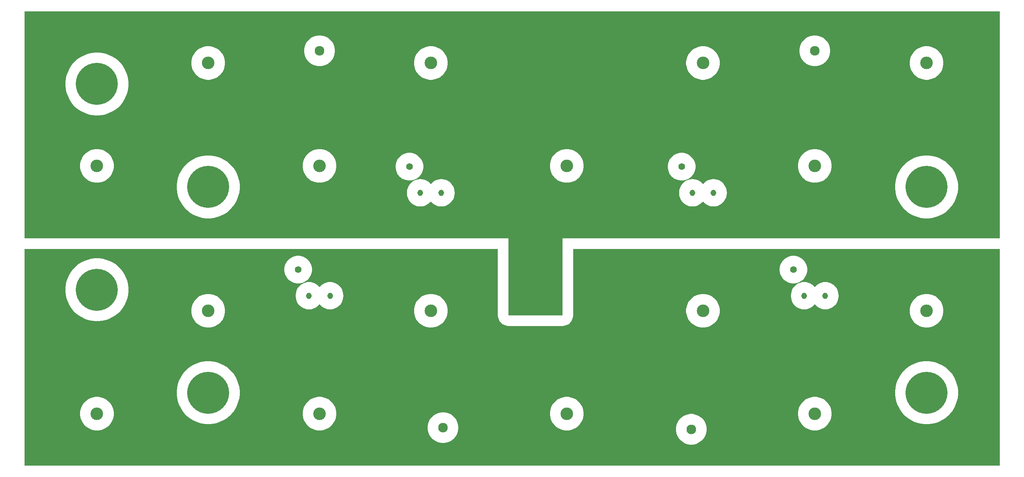
<source format=gbl>
G04*
G04 #@! TF.GenerationSoftware,Altium Limited,Altium Designer,22.8.2 (66)*
G04*
G04 Layer_Physical_Order=2*
G04 Layer_Color=16711680*
%FSLAX44Y44*%
%MOMM*%
G71*
G04*
G04 #@! TF.SameCoordinates,9A62F31F-D48D-475B-933D-7D02DB87FC69*
G04*
G04*
G04 #@! TF.FilePolarity,Positive*
G04*
G01*
G75*
%ADD19C,10.0000*%
%ADD20C,1.6000*%
%ADD21O,1.3000X1.5000*%
%ADD22C,3.0000*%
%ADD23C,2.3000*%
G36*
X2478362Y1189355D02*
X1438080D01*
Y1005970D01*
X1309380D01*
Y1189355D01*
X157498D01*
X157498Y1730992D01*
X2478362Y1730992D01*
X2478362Y1189355D01*
D02*
G37*
G36*
X2478362Y647718D02*
X157498D01*
X157498Y1164234D01*
X1284259D01*
Y1005970D01*
X1284742Y1001069D01*
X1286171Y996357D01*
X1288493Y992013D01*
X1291617Y988207D01*
X1295423Y985083D01*
X1299767Y982761D01*
X1304479Y981332D01*
X1309380Y980849D01*
X1438080D01*
X1442981Y981332D01*
X1447693Y982761D01*
X1452036Y985083D01*
X1455843Y988207D01*
X1458967Y992013D01*
X1461289Y996357D01*
X1462718Y1001069D01*
X1463201Y1005970D01*
Y1164234D01*
X2478362D01*
X2478362Y647718D01*
D02*
G37*
%LPC*%
G36*
X2041153Y1673130D02*
X2035408D01*
X2029733Y1672231D01*
X2024269Y1670456D01*
X2019150Y1667848D01*
X2014502Y1664471D01*
X2010439Y1660408D01*
X2007063Y1655760D01*
X2004454Y1650641D01*
X2002679Y1645177D01*
X2001780Y1639503D01*
Y1633757D01*
X2002679Y1628083D01*
X2004454Y1622619D01*
X2007063Y1617500D01*
X2010439Y1612852D01*
X2014502Y1608789D01*
X2019150Y1605412D01*
X2024269Y1602804D01*
X2029733Y1601029D01*
X2035408Y1600130D01*
X2041153D01*
X2046827Y1601029D01*
X2052291Y1602804D01*
X2057410Y1605412D01*
X2062058Y1608789D01*
X2066121Y1612852D01*
X2069498Y1617500D01*
X2072106Y1622619D01*
X2073881Y1628083D01*
X2074780Y1633757D01*
Y1639503D01*
X2073881Y1645177D01*
X2072106Y1650641D01*
X2069498Y1655760D01*
X2066121Y1660408D01*
X2062058Y1664471D01*
X2057410Y1667848D01*
X2052291Y1670456D01*
X2046827Y1672231D01*
X2041153Y1673130D01*
D02*
G37*
G36*
X862639D02*
X856894D01*
X851219Y1672231D01*
X845755Y1670456D01*
X840636Y1667848D01*
X835988Y1664471D01*
X831926Y1660408D01*
X828549Y1655760D01*
X825941Y1650641D01*
X824165Y1645177D01*
X823267Y1639503D01*
Y1633757D01*
X824165Y1628083D01*
X825941Y1622619D01*
X828549Y1617500D01*
X831926Y1612852D01*
X835988Y1608789D01*
X840636Y1605412D01*
X845755Y1602804D01*
X851219Y1601029D01*
X856894Y1600130D01*
X862639D01*
X868314Y1601029D01*
X873778Y1602804D01*
X878897Y1605412D01*
X883545Y1608789D01*
X887607Y1612852D01*
X890984Y1617500D01*
X893593Y1622619D01*
X895368Y1628083D01*
X896267Y1633757D01*
Y1639503D01*
X895368Y1645177D01*
X893593Y1650641D01*
X890984Y1655760D01*
X887607Y1660408D01*
X883545Y1664471D01*
X878897Y1667848D01*
X873778Y1670456D01*
X868314Y1672231D01*
X862639Y1673130D01*
D02*
G37*
G36*
X2307538Y1647493D02*
X2301242D01*
X2295023Y1646508D01*
X2289035Y1644563D01*
X2283425Y1641704D01*
X2278332Y1638004D01*
X2273880Y1633551D01*
X2270179Y1628458D01*
X2267321Y1622848D01*
X2265375Y1616860D01*
X2264390Y1610641D01*
Y1604345D01*
X2265375Y1598127D01*
X2267321Y1592139D01*
X2270179Y1586529D01*
X2273880Y1581435D01*
X2278332Y1576983D01*
X2283425Y1573282D01*
X2289035Y1570424D01*
X2295023Y1568478D01*
X2301242Y1567493D01*
X2307538D01*
X2313757Y1568478D01*
X2319745Y1570424D01*
X2325355Y1573282D01*
X2330448Y1576983D01*
X2334900Y1581435D01*
X2338601Y1586529D01*
X2341460Y1592139D01*
X2343405Y1598127D01*
X2344390Y1604345D01*
Y1610641D01*
X2343405Y1616860D01*
X2341460Y1622848D01*
X2338601Y1628458D01*
X2334900Y1633551D01*
X2330448Y1638004D01*
X2325355Y1641704D01*
X2319745Y1644563D01*
X2313757Y1646508D01*
X2307538Y1647493D01*
D02*
G37*
G36*
X1775369Y1647490D02*
X1769073D01*
X1762854Y1646505D01*
X1756866Y1644559D01*
X1751256Y1641701D01*
X1746162Y1638000D01*
X1741710Y1633548D01*
X1738009Y1628454D01*
X1735151Y1622845D01*
X1733206Y1616857D01*
X1732221Y1610638D01*
Y1604342D01*
X1733206Y1598123D01*
X1735151Y1592135D01*
X1738009Y1586525D01*
X1741710Y1581432D01*
X1746162Y1576980D01*
X1751256Y1573279D01*
X1756866Y1570421D01*
X1762854Y1568475D01*
X1769073Y1567490D01*
X1775369D01*
X1781587Y1568475D01*
X1787575Y1570421D01*
X1793185Y1573279D01*
X1798279Y1576980D01*
X1802731Y1581432D01*
X1806432Y1586525D01*
X1809290Y1592135D01*
X1811236Y1598123D01*
X1812221Y1604342D01*
Y1610638D01*
X1811236Y1616857D01*
X1809290Y1622845D01*
X1806432Y1628454D01*
X1802731Y1633548D01*
X1798279Y1638000D01*
X1793185Y1641701D01*
X1787575Y1644559D01*
X1781587Y1646505D01*
X1775369Y1647490D01*
D02*
G37*
G36*
X1127726D02*
X1121430D01*
X1115211Y1646505D01*
X1109223Y1644559D01*
X1103613Y1641701D01*
X1098520Y1638000D01*
X1094068Y1633548D01*
X1090367Y1628454D01*
X1087508Y1622845D01*
X1085563Y1616857D01*
X1084578Y1610638D01*
Y1604342D01*
X1085563Y1598123D01*
X1087508Y1592135D01*
X1090367Y1586525D01*
X1094068Y1581432D01*
X1098520Y1576980D01*
X1103613Y1573279D01*
X1109223Y1570421D01*
X1115211Y1568475D01*
X1121430Y1567490D01*
X1127726D01*
X1133945Y1568475D01*
X1139933Y1570421D01*
X1145543Y1573279D01*
X1150636Y1576980D01*
X1155088Y1581432D01*
X1158789Y1586525D01*
X1161647Y1592135D01*
X1163593Y1598123D01*
X1164578Y1604342D01*
Y1610638D01*
X1163593Y1616857D01*
X1161647Y1622845D01*
X1158789Y1628454D01*
X1155088Y1633548D01*
X1150636Y1638000D01*
X1145543Y1641701D01*
X1139933Y1644559D01*
X1133945Y1646505D01*
X1127726Y1647490D01*
D02*
G37*
G36*
X598118D02*
X591822D01*
X585603Y1646505D01*
X579615Y1644559D01*
X574005Y1641701D01*
X568912Y1638000D01*
X564460Y1633548D01*
X560759Y1628454D01*
X557901Y1622845D01*
X555955Y1616857D01*
X554970Y1610638D01*
Y1604342D01*
X555955Y1598123D01*
X557901Y1592135D01*
X560759Y1586525D01*
X564460Y1581432D01*
X568912Y1576980D01*
X574005Y1573279D01*
X579615Y1570421D01*
X585603Y1568475D01*
X591822Y1567490D01*
X598118D01*
X604337Y1568475D01*
X610325Y1570421D01*
X615935Y1573279D01*
X621028Y1576980D01*
X625480Y1581432D01*
X629181Y1586525D01*
X632039Y1592135D01*
X633985Y1598123D01*
X634970Y1604342D01*
Y1610638D01*
X633985Y1616857D01*
X632039Y1622845D01*
X629181Y1628454D01*
X625480Y1633548D01*
X621028Y1638000D01*
X615935Y1641701D01*
X610325Y1644559D01*
X604337Y1646505D01*
X598118Y1647490D01*
D02*
G37*
G36*
X334390Y1632492D02*
X325966D01*
X317595Y1631548D01*
X309383Y1629674D01*
X301432Y1626892D01*
X293842Y1623237D01*
X286709Y1618755D01*
X280123Y1613503D01*
X274167Y1607546D01*
X268915Y1600960D01*
X264433Y1593828D01*
X260778Y1586238D01*
X257996Y1578287D01*
X256121Y1570074D01*
X255178Y1561703D01*
Y1553280D01*
X256121Y1544909D01*
X257996Y1536696D01*
X260778Y1528745D01*
X264433Y1521156D01*
X268915Y1514023D01*
X274167Y1507437D01*
X280123Y1501480D01*
X286709Y1496228D01*
X293842Y1491746D01*
X301432Y1488091D01*
X309383Y1485309D01*
X317595Y1483435D01*
X325966Y1482492D01*
X334390D01*
X342761Y1483435D01*
X350973Y1485309D01*
X358924Y1488091D01*
X366514Y1491746D01*
X373647Y1496228D01*
X380233Y1501480D01*
X386189Y1507437D01*
X391441Y1514023D01*
X395923Y1521156D01*
X399578Y1528745D01*
X402360Y1536696D01*
X404235Y1544909D01*
X405178Y1553280D01*
Y1561703D01*
X404235Y1570074D01*
X402360Y1578287D01*
X399578Y1586238D01*
X395923Y1593828D01*
X391441Y1600960D01*
X386189Y1607546D01*
X380233Y1613503D01*
X373647Y1618755D01*
X366514Y1623237D01*
X358924Y1626892D01*
X350973Y1629674D01*
X342761Y1631548D01*
X334390Y1632492D01*
D02*
G37*
G36*
X1724009Y1393328D02*
X1718815D01*
X1713684Y1392515D01*
X1708744Y1390910D01*
X1704116Y1388552D01*
X1699914Y1385499D01*
X1696241Y1381826D01*
X1693188Y1377623D01*
X1690829Y1372995D01*
X1689224Y1368055D01*
X1688412Y1362925D01*
Y1357731D01*
X1689224Y1352600D01*
X1690829Y1347660D01*
X1693188Y1343032D01*
X1696241Y1338830D01*
X1699914Y1335157D01*
X1704116Y1332104D01*
X1708744Y1329745D01*
X1713684Y1328140D01*
X1718815Y1327328D01*
X1724009D01*
X1729139Y1328140D01*
X1734079Y1329745D01*
X1738707Y1332104D01*
X1742910Y1335157D01*
X1746583Y1338830D01*
X1749636Y1343032D01*
X1751994Y1347660D01*
X1753599Y1352600D01*
X1754412Y1357731D01*
Y1362925D01*
X1753599Y1368055D01*
X1751994Y1372995D01*
X1749636Y1377623D01*
X1746583Y1381826D01*
X1742910Y1385499D01*
X1738707Y1388552D01*
X1734079Y1390910D01*
X1729139Y1392515D01*
X1724009Y1393328D01*
D02*
G37*
G36*
X1076366D02*
X1071172D01*
X1066041Y1392515D01*
X1061101Y1390910D01*
X1056473Y1388552D01*
X1052271Y1385499D01*
X1048598Y1381826D01*
X1045545Y1377623D01*
X1043187Y1372995D01*
X1041581Y1368055D01*
X1040769Y1362925D01*
Y1357731D01*
X1041581Y1352600D01*
X1043187Y1347660D01*
X1045545Y1343032D01*
X1048598Y1338830D01*
X1052271Y1335157D01*
X1056473Y1332104D01*
X1061101Y1329745D01*
X1066041Y1328140D01*
X1071172Y1327328D01*
X1076366D01*
X1081497Y1328140D01*
X1086436Y1329745D01*
X1091065Y1332104D01*
X1095267Y1335157D01*
X1098940Y1338830D01*
X1101993Y1343032D01*
X1104351Y1347660D01*
X1105956Y1352600D01*
X1106769Y1357731D01*
Y1362925D01*
X1105956Y1368055D01*
X1104351Y1372995D01*
X1101993Y1377623D01*
X1098940Y1381826D01*
X1095267Y1385499D01*
X1091065Y1388552D01*
X1086436Y1390910D01*
X1081497Y1392515D01*
X1076366Y1393328D01*
D02*
G37*
G36*
X2041453Y1402222D02*
X2035157D01*
X2028939Y1401237D01*
X2022951Y1399292D01*
X2017341Y1396433D01*
X2012247Y1392733D01*
X2007795Y1388280D01*
X2004094Y1383187D01*
X2001236Y1377577D01*
X1999290Y1371589D01*
X1998305Y1365370D01*
Y1359074D01*
X1999290Y1352856D01*
X2001236Y1346868D01*
X2004094Y1341258D01*
X2007795Y1336164D01*
X2012247Y1331712D01*
X2017341Y1328011D01*
X2022951Y1325153D01*
X2028939Y1323207D01*
X2035157Y1322222D01*
X2041453D01*
X2047672Y1323207D01*
X2053660Y1325153D01*
X2059270Y1328011D01*
X2064364Y1331712D01*
X2068816Y1336164D01*
X2072516Y1341258D01*
X2075375Y1346868D01*
X2077320Y1352856D01*
X2078305Y1359074D01*
Y1365370D01*
X2077320Y1371589D01*
X2075375Y1377577D01*
X2072516Y1383187D01*
X2068816Y1388280D01*
X2064364Y1392733D01*
X2059270Y1396433D01*
X2053660Y1399292D01*
X2047672Y1401237D01*
X2041453Y1402222D01*
D02*
G37*
G36*
X1451211D02*
X1444915D01*
X1438696Y1401237D01*
X1432708Y1399292D01*
X1427098Y1396433D01*
X1422005Y1392733D01*
X1417553Y1388280D01*
X1413852Y1383187D01*
X1410993Y1377577D01*
X1409048Y1371589D01*
X1408063Y1365370D01*
Y1359074D01*
X1409048Y1352856D01*
X1410993Y1346868D01*
X1413852Y1341258D01*
X1417553Y1336164D01*
X1422005Y1331712D01*
X1427098Y1328011D01*
X1432708Y1325153D01*
X1438696Y1323207D01*
X1444915Y1322222D01*
X1451211D01*
X1457430Y1323207D01*
X1463418Y1325153D01*
X1469028Y1328011D01*
X1474121Y1331712D01*
X1478573Y1336164D01*
X1482274Y1341258D01*
X1485132Y1346868D01*
X1487078Y1352856D01*
X1488063Y1359074D01*
Y1365370D01*
X1487078Y1371589D01*
X1485132Y1377577D01*
X1482274Y1383187D01*
X1478573Y1388280D01*
X1474121Y1392733D01*
X1469028Y1396433D01*
X1463418Y1399292D01*
X1457430Y1401237D01*
X1451211Y1402222D01*
D02*
G37*
G36*
X862922D02*
X856626D01*
X850407Y1401237D01*
X844419Y1399292D01*
X838809Y1396433D01*
X833716Y1392733D01*
X829264Y1388280D01*
X825563Y1383187D01*
X822704Y1377577D01*
X820759Y1371589D01*
X819774Y1365370D01*
Y1359074D01*
X820759Y1352856D01*
X822704Y1346868D01*
X825563Y1341258D01*
X829264Y1336164D01*
X833716Y1331712D01*
X838809Y1328011D01*
X844419Y1325153D01*
X850407Y1323207D01*
X856626Y1322222D01*
X862922D01*
X869141Y1323207D01*
X875129Y1325153D01*
X880739Y1328011D01*
X885832Y1331712D01*
X890284Y1336164D01*
X893985Y1341258D01*
X896843Y1346868D01*
X898789Y1352856D01*
X899774Y1359074D01*
Y1365370D01*
X898789Y1371589D01*
X896843Y1377577D01*
X893985Y1383187D01*
X890284Y1388280D01*
X885832Y1392733D01*
X880739Y1396433D01*
X875129Y1399292D01*
X869141Y1401237D01*
X862922Y1402222D01*
D02*
G37*
G36*
X333326D02*
X327030D01*
X320811Y1401237D01*
X314823Y1399292D01*
X309213Y1396433D01*
X304120Y1392733D01*
X299668Y1388280D01*
X295967Y1383187D01*
X293109Y1377577D01*
X291163Y1371589D01*
X290178Y1365370D01*
Y1359074D01*
X291163Y1352856D01*
X293109Y1346868D01*
X295967Y1341258D01*
X299668Y1336164D01*
X304120Y1331712D01*
X309213Y1328011D01*
X314823Y1325153D01*
X320811Y1323207D01*
X327030Y1322222D01*
X333326D01*
X339545Y1323207D01*
X345533Y1325153D01*
X351143Y1328011D01*
X356236Y1331712D01*
X360688Y1336164D01*
X364389Y1341258D01*
X367247Y1346868D01*
X369193Y1352856D01*
X370178Y1359074D01*
Y1365370D01*
X369193Y1371589D01*
X367247Y1377577D01*
X364389Y1383187D01*
X360688Y1388280D01*
X356236Y1392733D01*
X351143Y1396433D01*
X345533Y1399292D01*
X339545Y1401237D01*
X333326Y1402222D01*
D02*
G37*
G36*
X1797212Y1330695D02*
X1792269Y1330306D01*
X1787448Y1329149D01*
X1782867Y1327251D01*
X1778639Y1324661D01*
X1774869Y1321440D01*
X1772847Y1319073D01*
X1771577D01*
X1769554Y1321440D01*
X1765784Y1324661D01*
X1761557Y1327251D01*
X1756976Y1329149D01*
X1752155Y1330306D01*
X1747212Y1330695D01*
X1742269Y1330306D01*
X1737448Y1329149D01*
X1732867Y1327251D01*
X1728639Y1324661D01*
X1724869Y1321440D01*
X1721649Y1317670D01*
X1719058Y1313443D01*
X1717161Y1308862D01*
X1716003Y1304041D01*
X1715614Y1299098D01*
Y1297098D01*
X1716003Y1292155D01*
X1717161Y1287334D01*
X1719058Y1282753D01*
X1721649Y1278525D01*
X1724869Y1274755D01*
X1728639Y1271535D01*
X1732867Y1268944D01*
X1737448Y1267047D01*
X1742269Y1265889D01*
X1747212Y1265500D01*
X1752155Y1265889D01*
X1756976Y1267047D01*
X1761557Y1268944D01*
X1765784Y1271535D01*
X1769554Y1274755D01*
X1771577Y1277123D01*
X1772847D01*
X1774869Y1274755D01*
X1778639Y1271535D01*
X1782867Y1268944D01*
X1787448Y1267047D01*
X1792269Y1265889D01*
X1797212Y1265500D01*
X1802155Y1265889D01*
X1806976Y1267047D01*
X1811557Y1268944D01*
X1815784Y1271535D01*
X1819554Y1274755D01*
X1822775Y1278525D01*
X1825365Y1282753D01*
X1827263Y1287334D01*
X1828420Y1292155D01*
X1828809Y1297098D01*
Y1299098D01*
X1828420Y1304041D01*
X1827263Y1308862D01*
X1825365Y1313443D01*
X1822775Y1317670D01*
X1819554Y1321440D01*
X1815784Y1324661D01*
X1811557Y1327251D01*
X1806976Y1329149D01*
X1802155Y1330306D01*
X1797212Y1330695D01*
D02*
G37*
G36*
X1149569D02*
X1144626Y1330306D01*
X1139805Y1329149D01*
X1135224Y1327251D01*
X1130996Y1324661D01*
X1127226Y1321440D01*
X1125204Y1319073D01*
X1123934D01*
X1121912Y1321440D01*
X1118141Y1324661D01*
X1113914Y1327251D01*
X1109333Y1329149D01*
X1104512Y1330306D01*
X1099569Y1330695D01*
X1094626Y1330306D01*
X1089805Y1329149D01*
X1085224Y1327251D01*
X1080996Y1324661D01*
X1077226Y1321440D01*
X1074006Y1317670D01*
X1071415Y1313443D01*
X1069518Y1308862D01*
X1068361Y1304041D01*
X1067971Y1299098D01*
Y1297098D01*
X1068361Y1292155D01*
X1069518Y1287334D01*
X1071415Y1282753D01*
X1074006Y1278525D01*
X1077226Y1274755D01*
X1080996Y1271535D01*
X1085224Y1268944D01*
X1089805Y1267047D01*
X1094626Y1265889D01*
X1099569Y1265500D01*
X1104512Y1265889D01*
X1109333Y1267047D01*
X1113914Y1268944D01*
X1118141Y1271535D01*
X1121912Y1274755D01*
X1123934Y1277123D01*
X1125204D01*
X1127226Y1274755D01*
X1130996Y1271535D01*
X1135224Y1268944D01*
X1139805Y1267047D01*
X1144626Y1265889D01*
X1149569Y1265500D01*
X1154512Y1265889D01*
X1159333Y1267047D01*
X1163914Y1268944D01*
X1168141Y1271535D01*
X1171912Y1274755D01*
X1175132Y1278525D01*
X1177722Y1282753D01*
X1179620Y1287334D01*
X1180777Y1292155D01*
X1181166Y1297098D01*
Y1299098D01*
X1180777Y1304041D01*
X1179620Y1308862D01*
X1177722Y1313443D01*
X1175132Y1317670D01*
X1171912Y1321440D01*
X1168141Y1324661D01*
X1163914Y1327251D01*
X1159333Y1329149D01*
X1154512Y1330306D01*
X1149569Y1330695D01*
D02*
G37*
G36*
X599182Y1387224D02*
X590758D01*
X582387Y1386281D01*
X574175Y1384406D01*
X566223Y1381624D01*
X558634Y1377969D01*
X551501Y1373487D01*
X544915Y1368235D01*
X538959Y1362279D01*
X533707Y1355693D01*
X529225Y1348560D01*
X525570Y1340970D01*
X522788Y1333019D01*
X520913Y1324807D01*
X519970Y1316436D01*
Y1308012D01*
X520913Y1299641D01*
X522788Y1291429D01*
X525570Y1283477D01*
X529225Y1275888D01*
X533707Y1268755D01*
X538959Y1262169D01*
X544915Y1256213D01*
X551501Y1250960D01*
X558634Y1246479D01*
X566223Y1242824D01*
X574175Y1240042D01*
X582387Y1238167D01*
X590758Y1237224D01*
X599182D01*
X607553Y1238167D01*
X615765Y1240042D01*
X623717Y1242824D01*
X631306Y1246479D01*
X638439Y1250960D01*
X645025Y1256213D01*
X650981Y1262169D01*
X656234Y1268755D01*
X660715Y1275888D01*
X664370Y1283477D01*
X667152Y1291429D01*
X669027Y1299641D01*
X669970Y1308012D01*
Y1316436D01*
X669027Y1324807D01*
X667152Y1333019D01*
X664370Y1340970D01*
X660715Y1348560D01*
X656234Y1355693D01*
X650981Y1362279D01*
X645025Y1368235D01*
X638439Y1373487D01*
X631306Y1377969D01*
X623717Y1381624D01*
X615765Y1384406D01*
X607553Y1386281D01*
X599182Y1387224D01*
D02*
G37*
G36*
X2308602Y1387224D02*
X2300178D01*
X2291807Y1386281D01*
X2283595Y1384406D01*
X2275643Y1381624D01*
X2268054Y1377969D01*
X2260921Y1373487D01*
X2254335Y1368235D01*
X2248379Y1362279D01*
X2243127Y1355693D01*
X2238645Y1348560D01*
X2234990Y1340970D01*
X2232208Y1333019D01*
X2230333Y1324807D01*
X2229390Y1316436D01*
Y1308012D01*
X2230333Y1299641D01*
X2232208Y1291429D01*
X2234990Y1283477D01*
X2238645Y1275888D01*
X2243127Y1268755D01*
X2248379Y1262169D01*
X2254335Y1256212D01*
X2260921Y1250960D01*
X2268054Y1246479D01*
X2275643Y1242824D01*
X2283595Y1240042D01*
X2291807Y1238167D01*
X2300178Y1237224D01*
X2308602D01*
X2316973Y1238167D01*
X2325185Y1240042D01*
X2333136Y1242824D01*
X2340726Y1246479D01*
X2347859Y1250960D01*
X2354445Y1256212D01*
X2360401Y1262169D01*
X2365654Y1268755D01*
X2370135Y1275888D01*
X2373790Y1283477D01*
X2376572Y1291429D01*
X2378447Y1299641D01*
X2379390Y1308012D01*
Y1316436D01*
X2378447Y1324807D01*
X2376572Y1333019D01*
X2373790Y1340970D01*
X2370135Y1348560D01*
X2365654Y1355693D01*
X2360401Y1362279D01*
X2354445Y1368235D01*
X2347859Y1373487D01*
X2340726Y1377969D01*
X2333136Y1381624D01*
X2325185Y1384406D01*
X2316973Y1386281D01*
X2308602Y1387224D01*
D02*
G37*
G36*
X1990094Y1148060D02*
X1984899D01*
X1979769Y1147247D01*
X1974829Y1145642D01*
X1970201Y1143284D01*
X1965998Y1140231D01*
X1962325Y1136558D01*
X1959272Y1132356D01*
X1956914Y1127728D01*
X1955309Y1122787D01*
X1954496Y1117657D01*
Y1112463D01*
X1955309Y1107333D01*
X1956914Y1102392D01*
X1959272Y1097764D01*
X1962325Y1093562D01*
X1965998Y1089889D01*
X1970201Y1086836D01*
X1974829Y1084478D01*
X1979769Y1082873D01*
X1984899Y1082060D01*
X1990094D01*
X1995224Y1082873D01*
X2000164Y1084478D01*
X2004792Y1086836D01*
X2008994Y1089889D01*
X2012667Y1093562D01*
X2015721Y1097764D01*
X2018079Y1102392D01*
X2019684Y1107333D01*
X2020496Y1112463D01*
Y1117657D01*
X2019684Y1122787D01*
X2018079Y1127728D01*
X2015721Y1132356D01*
X2012667Y1136558D01*
X2008994Y1140231D01*
X2004792Y1143284D01*
X2000164Y1145642D01*
X1995224Y1147247D01*
X1990094Y1148060D01*
D02*
G37*
G36*
X811562D02*
X806368D01*
X801237Y1147247D01*
X796297Y1145642D01*
X791669Y1143284D01*
X787467Y1140231D01*
X783794Y1136558D01*
X780741Y1132356D01*
X778383Y1127728D01*
X776778Y1122787D01*
X775965Y1117657D01*
Y1112463D01*
X776778Y1107333D01*
X778383Y1102392D01*
X780741Y1097764D01*
X783794Y1093562D01*
X787467Y1089889D01*
X791669Y1086836D01*
X796297Y1084478D01*
X801237Y1082873D01*
X806368Y1082060D01*
X811562D01*
X816693Y1082873D01*
X821633Y1084478D01*
X826261Y1086836D01*
X830463Y1089889D01*
X834136Y1093562D01*
X837189Y1097764D01*
X839547Y1102392D01*
X841152Y1107333D01*
X841965Y1112463D01*
Y1117657D01*
X841152Y1122787D01*
X839547Y1127728D01*
X837189Y1132356D01*
X834136Y1136558D01*
X830463Y1140231D01*
X826261Y1143284D01*
X821633Y1145642D01*
X816693Y1147247D01*
X811562Y1148060D01*
D02*
G37*
G36*
X2063296Y1085427D02*
X2058353Y1085038D01*
X2053532Y1083881D01*
X2048951Y1081983D01*
X2044724Y1079393D01*
X2040954Y1076173D01*
X2038931Y1073805D01*
X2037661D01*
X2035639Y1076173D01*
X2031869Y1079393D01*
X2027641Y1081983D01*
X2023060Y1083881D01*
X2018239Y1085038D01*
X2013296Y1085427D01*
X2008353Y1085038D01*
X2003532Y1083881D01*
X1998951Y1081983D01*
X1994724Y1079393D01*
X1990954Y1076173D01*
X1987733Y1072402D01*
X1985143Y1068175D01*
X1983245Y1063594D01*
X1982088Y1058773D01*
X1981699Y1053830D01*
Y1051830D01*
X1982088Y1046887D01*
X1983245Y1042066D01*
X1985143Y1037485D01*
X1987733Y1033258D01*
X1990954Y1029487D01*
X1994724Y1026267D01*
X1998951Y1023677D01*
X2003532Y1021779D01*
X2008353Y1020622D01*
X2013296Y1020233D01*
X2018239Y1020622D01*
X2023060Y1021779D01*
X2027641Y1023677D01*
X2031869Y1026267D01*
X2035639Y1029487D01*
X2037661Y1031855D01*
X2038931D01*
X2040954Y1029487D01*
X2044724Y1026267D01*
X2048951Y1023677D01*
X2053532Y1021779D01*
X2058353Y1020622D01*
X2063296Y1020233D01*
X2068239Y1020622D01*
X2073060Y1021779D01*
X2077641Y1023677D01*
X2081869Y1026267D01*
X2085639Y1029487D01*
X2088859Y1033258D01*
X2091450Y1037485D01*
X2093347Y1042066D01*
X2094505Y1046887D01*
X2094894Y1051830D01*
Y1053830D01*
X2094505Y1058773D01*
X2093347Y1063594D01*
X2091450Y1068175D01*
X2088859Y1072402D01*
X2085639Y1076173D01*
X2081869Y1079393D01*
X2077641Y1081983D01*
X2073060Y1083881D01*
X2068239Y1085038D01*
X2063296Y1085427D01*
D02*
G37*
G36*
X884765D02*
X879822Y1085038D01*
X875001Y1083881D01*
X870420Y1081983D01*
X866192Y1079393D01*
X862422Y1076173D01*
X860400Y1073805D01*
X859130D01*
X857108Y1076173D01*
X853337Y1079393D01*
X849110Y1081983D01*
X844529Y1083881D01*
X839708Y1085038D01*
X834765Y1085427D01*
X829822Y1085038D01*
X825001Y1083881D01*
X820420Y1081983D01*
X816192Y1079393D01*
X812422Y1076173D01*
X809202Y1072402D01*
X806611Y1068175D01*
X804714Y1063594D01*
X803557Y1058773D01*
X803168Y1053830D01*
Y1051830D01*
X803557Y1046887D01*
X804714Y1042066D01*
X806611Y1037485D01*
X809202Y1033258D01*
X812422Y1029487D01*
X816192Y1026267D01*
X820420Y1023677D01*
X825001Y1021779D01*
X829822Y1020622D01*
X834765Y1020233D01*
X839708Y1020622D01*
X844529Y1021779D01*
X849110Y1023677D01*
X853337Y1026267D01*
X857108Y1029487D01*
X859130Y1031855D01*
X860400D01*
X862422Y1029487D01*
X866192Y1026267D01*
X870420Y1023677D01*
X875001Y1021779D01*
X879822Y1020622D01*
X884765Y1020233D01*
X889708Y1020622D01*
X894529Y1021779D01*
X899110Y1023677D01*
X903337Y1026267D01*
X907108Y1029487D01*
X910328Y1033258D01*
X912918Y1037485D01*
X914816Y1042066D01*
X915973Y1046887D01*
X916362Y1051830D01*
Y1053830D01*
X915973Y1058773D01*
X914816Y1063594D01*
X912918Y1068175D01*
X910328Y1072402D01*
X907108Y1076173D01*
X903337Y1079393D01*
X899110Y1081983D01*
X894529Y1083881D01*
X889708Y1085038D01*
X884765Y1085427D01*
D02*
G37*
G36*
X334390Y1141956D02*
X325966D01*
X317595Y1141013D01*
X309383Y1139138D01*
X301432Y1136356D01*
X293842Y1132701D01*
X286709Y1128220D01*
X280123Y1122968D01*
X274167Y1117011D01*
X268915Y1110425D01*
X264433Y1103292D01*
X260778Y1095703D01*
X257996Y1087751D01*
X256121Y1079539D01*
X255178Y1071168D01*
Y1062744D01*
X256121Y1054373D01*
X257996Y1046161D01*
X260778Y1038210D01*
X264433Y1030620D01*
X268915Y1023487D01*
X274167Y1016901D01*
X280123Y1010945D01*
X286709Y1005693D01*
X293842Y1001211D01*
X301432Y997556D01*
X309383Y994774D01*
X317595Y992899D01*
X325966Y991956D01*
X334390D01*
X342761Y992899D01*
X350973Y994774D01*
X358924Y997556D01*
X366514Y1001211D01*
X373647Y1005693D01*
X380233Y1010945D01*
X386189Y1016901D01*
X391441Y1023487D01*
X395923Y1030620D01*
X399578Y1038210D01*
X402360Y1046161D01*
X404235Y1054373D01*
X405178Y1062744D01*
Y1071168D01*
X404235Y1079539D01*
X402360Y1087751D01*
X399578Y1095703D01*
X395923Y1103292D01*
X391441Y1110425D01*
X386189Y1117011D01*
X380233Y1122968D01*
X373647Y1128220D01*
X366514Y1132701D01*
X358924Y1136356D01*
X350973Y1139138D01*
X342761Y1141013D01*
X334390Y1141956D01*
D02*
G37*
G36*
X2307538Y1056954D02*
X2301242D01*
X2295023Y1055970D01*
X2289035Y1054024D01*
X2283425Y1051166D01*
X2278332Y1047465D01*
X2273880Y1043013D01*
X2270179Y1037919D01*
X2267321Y1032309D01*
X2265375Y1026321D01*
X2264390Y1020103D01*
Y1013806D01*
X2265375Y1007588D01*
X2267321Y1001600D01*
X2270179Y995990D01*
X2273880Y990896D01*
X2278332Y986444D01*
X2283425Y982743D01*
X2289035Y979885D01*
X2295023Y977939D01*
X2301242Y976954D01*
X2307538D01*
X2313757Y977939D01*
X2319745Y979885D01*
X2325355Y982743D01*
X2330448Y986444D01*
X2334900Y990896D01*
X2338601Y995990D01*
X2341460Y1001600D01*
X2343405Y1007588D01*
X2344390Y1013806D01*
Y1020103D01*
X2343405Y1026321D01*
X2341460Y1032309D01*
X2338601Y1037919D01*
X2334900Y1043013D01*
X2330448Y1047465D01*
X2325355Y1051166D01*
X2319745Y1054024D01*
X2313757Y1055970D01*
X2307538Y1056954D01*
D02*
G37*
G36*
X1775369D02*
X1769073D01*
X1762854Y1055970D01*
X1756866Y1054024D01*
X1751256Y1051166D01*
X1746162Y1047465D01*
X1741710Y1043013D01*
X1738009Y1037919D01*
X1735151Y1032309D01*
X1733206Y1026321D01*
X1732221Y1020103D01*
Y1013806D01*
X1733206Y1007588D01*
X1735151Y1001600D01*
X1738009Y995990D01*
X1741710Y990896D01*
X1746162Y986444D01*
X1751256Y982743D01*
X1756866Y979885D01*
X1762854Y977939D01*
X1769073Y976954D01*
X1775369D01*
X1781587Y977939D01*
X1787575Y979885D01*
X1793185Y982743D01*
X1798279Y986444D01*
X1802731Y990896D01*
X1806432Y995990D01*
X1809290Y1001600D01*
X1811236Y1007588D01*
X1812221Y1013806D01*
Y1020103D01*
X1811236Y1026321D01*
X1809290Y1032309D01*
X1806432Y1037919D01*
X1802731Y1043013D01*
X1798279Y1047465D01*
X1793185Y1051166D01*
X1787575Y1054024D01*
X1781587Y1055970D01*
X1775369Y1056954D01*
D02*
G37*
G36*
X1127726D02*
X1121430D01*
X1115211Y1055970D01*
X1109223Y1054024D01*
X1103613Y1051166D01*
X1098520Y1047465D01*
X1094068Y1043013D01*
X1090367Y1037919D01*
X1087508Y1032309D01*
X1085563Y1026321D01*
X1084578Y1020103D01*
Y1013806D01*
X1085563Y1007588D01*
X1087508Y1001600D01*
X1090367Y995990D01*
X1094068Y990896D01*
X1098520Y986444D01*
X1103613Y982743D01*
X1109223Y979885D01*
X1115211Y977939D01*
X1121430Y976954D01*
X1127726D01*
X1133945Y977939D01*
X1139933Y979885D01*
X1145543Y982743D01*
X1150636Y986444D01*
X1155088Y990896D01*
X1158789Y995990D01*
X1161647Y1001600D01*
X1163593Y1007588D01*
X1164578Y1013806D01*
Y1020103D01*
X1163593Y1026321D01*
X1161647Y1032309D01*
X1158789Y1037919D01*
X1155088Y1043013D01*
X1150636Y1047465D01*
X1145543Y1051166D01*
X1139933Y1054024D01*
X1133945Y1055970D01*
X1127726Y1056954D01*
D02*
G37*
G36*
X598118D02*
X591822D01*
X585603Y1055970D01*
X579615Y1054024D01*
X574005Y1051166D01*
X568912Y1047465D01*
X564460Y1043013D01*
X560759Y1037919D01*
X557901Y1032309D01*
X555955Y1026321D01*
X554970Y1020103D01*
Y1013806D01*
X555955Y1007588D01*
X557901Y1001600D01*
X560759Y995990D01*
X564460Y990896D01*
X568912Y986444D01*
X574005Y982743D01*
X579615Y979885D01*
X585603Y977939D01*
X591822Y976954D01*
X598118D01*
X604337Y977939D01*
X610325Y979885D01*
X615935Y982743D01*
X621028Y986444D01*
X625480Y990896D01*
X629181Y995990D01*
X632039Y1001600D01*
X633985Y1007588D01*
X634970Y1013806D01*
Y1020103D01*
X633985Y1026321D01*
X632039Y1032309D01*
X629181Y1037919D01*
X625480Y1043013D01*
X621028Y1047465D01*
X615935Y1051166D01*
X610325Y1054024D01*
X604337Y1055970D01*
X598118Y1056954D01*
D02*
G37*
G36*
X599182Y896688D02*
X590758D01*
X582387Y895745D01*
X574175Y893871D01*
X566223Y891089D01*
X558634Y887434D01*
X551501Y882952D01*
X544915Y877700D01*
X538959Y871743D01*
X533707Y865157D01*
X529225Y858025D01*
X525570Y850435D01*
X522788Y842484D01*
X520913Y834271D01*
X519970Y825900D01*
Y817477D01*
X520913Y809106D01*
X522788Y800893D01*
X525570Y792942D01*
X529225Y785352D01*
X533707Y778220D01*
X538959Y771634D01*
X544915Y765677D01*
X551501Y760425D01*
X558634Y755943D01*
X566223Y752288D01*
X574175Y749506D01*
X582387Y747632D01*
X590758Y746688D01*
X599182D01*
X607553Y747632D01*
X615765Y749506D01*
X623717Y752288D01*
X631306Y755943D01*
X638439Y760425D01*
X645025Y765677D01*
X650981Y771634D01*
X656234Y778220D01*
X660715Y785352D01*
X664370Y792942D01*
X667152Y800893D01*
X669027Y809106D01*
X669970Y817477D01*
Y825900D01*
X669027Y834271D01*
X667152Y842484D01*
X664370Y850435D01*
X660715Y858025D01*
X656234Y865157D01*
X650981Y871743D01*
X645025Y877700D01*
X638439Y882952D01*
X631306Y887434D01*
X623717Y891089D01*
X615765Y893871D01*
X607553Y895745D01*
X599182Y896688D01*
D02*
G37*
G36*
X2308602Y896685D02*
X2300178D01*
X2291807Y895742D01*
X2283595Y893867D01*
X2275643Y891085D01*
X2268054Y887430D01*
X2260921Y882949D01*
X2254335Y877696D01*
X2248379Y871740D01*
X2243127Y865154D01*
X2238645Y858021D01*
X2234990Y850432D01*
X2232208Y842480D01*
X2230333Y834268D01*
X2229390Y825897D01*
Y817473D01*
X2230333Y809102D01*
X2232208Y800890D01*
X2234990Y792939D01*
X2238645Y785349D01*
X2243127Y778216D01*
X2248379Y771630D01*
X2254335Y765674D01*
X2260921Y760422D01*
X2268054Y755940D01*
X2275643Y752285D01*
X2283595Y749503D01*
X2291807Y747628D01*
X2300178Y746685D01*
X2308602D01*
X2316973Y747628D01*
X2325185Y749503D01*
X2333136Y752285D01*
X2340726Y755940D01*
X2347859Y760422D01*
X2354445Y765674D01*
X2360401Y771630D01*
X2365654Y778216D01*
X2370135Y785349D01*
X2373790Y792939D01*
X2376572Y800890D01*
X2378447Y809102D01*
X2379390Y817473D01*
Y825897D01*
X2378447Y834268D01*
X2376572Y842480D01*
X2373790Y850432D01*
X2370135Y858021D01*
X2365654Y865154D01*
X2360401Y871740D01*
X2354445Y877696D01*
X2347859Y882949D01*
X2340726Y887430D01*
X2333136Y891085D01*
X2325185Y893867D01*
X2316973Y895742D01*
X2308602Y896685D01*
D02*
G37*
G36*
X2041453Y811687D02*
X2035157D01*
X2028939Y810702D01*
X2022951Y808756D01*
X2017341Y805898D01*
X2012247Y802197D01*
X2007795Y797745D01*
X2004094Y792651D01*
X2001236Y787041D01*
X1999290Y781053D01*
X1998305Y774835D01*
Y768539D01*
X1999290Y762320D01*
X2001236Y756332D01*
X2004094Y750722D01*
X2007795Y745629D01*
X2012247Y741176D01*
X2017341Y737476D01*
X2022951Y734617D01*
X2028939Y732672D01*
X2035157Y731687D01*
X2041453D01*
X2047672Y732672D01*
X2053660Y734617D01*
X2059270Y737476D01*
X2064364Y741176D01*
X2068816Y745629D01*
X2072516Y750722D01*
X2075375Y756332D01*
X2077320Y762320D01*
X2078305Y768539D01*
Y774835D01*
X2077320Y781053D01*
X2075375Y787041D01*
X2072516Y792651D01*
X2068816Y797745D01*
X2064364Y802197D01*
X2059270Y805898D01*
X2053660Y808756D01*
X2047672Y810702D01*
X2041453Y811687D01*
D02*
G37*
G36*
X1451211D02*
X1444915D01*
X1438696Y810702D01*
X1432708Y808756D01*
X1427098Y805898D01*
X1422005Y802197D01*
X1417553Y797745D01*
X1413852Y792651D01*
X1410993Y787041D01*
X1409048Y781053D01*
X1408063Y774835D01*
Y768539D01*
X1409048Y762320D01*
X1410993Y756332D01*
X1413852Y750722D01*
X1417553Y745629D01*
X1422005Y741176D01*
X1427098Y737476D01*
X1432708Y734617D01*
X1438696Y732672D01*
X1444915Y731687D01*
X1451211D01*
X1457430Y732672D01*
X1463418Y734617D01*
X1469028Y737476D01*
X1474121Y741176D01*
X1478573Y745629D01*
X1482274Y750722D01*
X1485132Y756332D01*
X1487078Y762320D01*
X1488063Y768539D01*
Y774835D01*
X1487078Y781053D01*
X1485132Y787041D01*
X1482274Y792651D01*
X1478573Y797745D01*
X1474121Y802197D01*
X1469028Y805898D01*
X1463418Y808756D01*
X1457430Y810702D01*
X1451211Y811687D01*
D02*
G37*
G36*
X862922D02*
X856626D01*
X850407Y810702D01*
X844419Y808756D01*
X838809Y805898D01*
X833716Y802197D01*
X829264Y797745D01*
X825563Y792651D01*
X822704Y787041D01*
X820759Y781053D01*
X819774Y774835D01*
Y768539D01*
X820759Y762320D01*
X822704Y756332D01*
X825563Y750722D01*
X829264Y745629D01*
X833716Y741176D01*
X838809Y737476D01*
X844419Y734617D01*
X850407Y732672D01*
X856626Y731687D01*
X862922D01*
X869141Y732672D01*
X875129Y734617D01*
X880739Y737476D01*
X885832Y741176D01*
X890284Y745629D01*
X893985Y750722D01*
X896843Y756332D01*
X898789Y762320D01*
X899774Y768539D01*
Y774835D01*
X898789Y781053D01*
X896843Y787041D01*
X893985Y792651D01*
X890284Y797745D01*
X885832Y802197D01*
X880739Y805898D01*
X875129Y808756D01*
X869141Y810702D01*
X862922Y811687D01*
D02*
G37*
G36*
X333326D02*
X327030D01*
X320811Y810702D01*
X314823Y808756D01*
X309213Y805898D01*
X304120Y802197D01*
X299668Y797745D01*
X295967Y792651D01*
X293109Y787041D01*
X291163Y781053D01*
X290178Y774835D01*
Y768539D01*
X291163Y762320D01*
X293109Y756332D01*
X295967Y750722D01*
X299668Y745629D01*
X304120Y741176D01*
X309213Y737476D01*
X314823Y734617D01*
X320811Y732672D01*
X327030Y731687D01*
X333326D01*
X339545Y732672D01*
X345533Y734617D01*
X351143Y737476D01*
X356236Y741176D01*
X360688Y745629D01*
X364389Y750722D01*
X367247Y756332D01*
X369193Y762320D01*
X370178Y768539D01*
Y774835D01*
X369193Y781053D01*
X367247Y787041D01*
X364389Y792651D01*
X360688Y797745D01*
X356236Y802197D01*
X351143Y805898D01*
X345533Y808756D01*
X339545Y810702D01*
X333326Y811687D01*
D02*
G37*
G36*
X1156643Y774770D02*
X1150897D01*
X1145223Y773871D01*
X1139759Y772096D01*
X1134640Y769488D01*
X1129992Y766111D01*
X1125929Y762048D01*
X1122552Y757400D01*
X1119944Y752281D01*
X1118169Y746817D01*
X1117270Y741143D01*
Y735397D01*
X1118169Y729723D01*
X1119944Y724259D01*
X1122552Y719140D01*
X1125929Y714492D01*
X1129992Y710429D01*
X1134640Y707052D01*
X1139759Y704444D01*
X1145223Y702669D01*
X1150897Y701770D01*
X1156643D01*
X1162317Y702669D01*
X1167781Y704444D01*
X1172900Y707052D01*
X1177548Y710429D01*
X1181611Y714492D01*
X1184988Y719140D01*
X1187596Y724259D01*
X1189371Y729723D01*
X1190270Y735397D01*
Y741143D01*
X1189371Y746817D01*
X1187596Y752281D01*
X1184988Y757400D01*
X1181611Y762048D01*
X1177548Y766111D01*
X1172900Y769488D01*
X1167781Y772096D01*
X1162317Y773871D01*
X1156643Y774770D01*
D02*
G37*
G36*
X1747193Y770960D02*
X1741447D01*
X1735773Y770061D01*
X1730309Y768286D01*
X1725190Y765678D01*
X1720542Y762301D01*
X1716479Y758238D01*
X1713102Y753590D01*
X1710494Y748471D01*
X1708719Y743007D01*
X1707820Y737333D01*
Y731587D01*
X1708719Y725913D01*
X1710494Y720449D01*
X1713102Y715330D01*
X1716479Y710682D01*
X1720542Y706619D01*
X1725190Y703242D01*
X1730309Y700634D01*
X1735773Y698859D01*
X1741447Y697960D01*
X1747193D01*
X1752867Y698859D01*
X1758331Y700634D01*
X1763450Y703242D01*
X1768098Y706619D01*
X1772161Y710682D01*
X1775538Y715330D01*
X1778146Y720449D01*
X1779921Y725913D01*
X1780820Y731587D01*
Y737333D01*
X1779921Y743007D01*
X1778146Y748471D01*
X1775538Y753590D01*
X1772161Y758238D01*
X1768098Y762301D01*
X1763450Y765678D01*
X1758331Y768286D01*
X1752867Y770061D01*
X1747193Y770960D01*
D02*
G37*
%LPD*%
D19*
X1373730Y1070320D02*
D03*
X1523730D02*
D03*
X594970Y1312224D02*
D03*
Y821688D02*
D03*
X330178Y1066956D02*
D03*
Y1557492D02*
D03*
X2304390Y821685D02*
D03*
Y1312224D02*
D03*
D20*
X1175369Y1360328D02*
D03*
X1073769D02*
D03*
X2089096Y1115060D02*
D03*
X1987496D02*
D03*
X1823012Y1360328D02*
D03*
X1721412D02*
D03*
X910565Y1115060D02*
D03*
X808965D02*
D03*
D21*
X1099569Y1298098D02*
D03*
X1149569D02*
D03*
X1747212D02*
D03*
X1797212D02*
D03*
X834765Y1052830D02*
D03*
X884765D02*
D03*
X2013296D02*
D03*
X2063296D02*
D03*
D22*
X330178Y1362222D02*
D03*
Y1262222D02*
D03*
Y871687D02*
D03*
Y771687D02*
D03*
X2038305Y1362222D02*
D03*
Y1262222D02*
D03*
X1448063Y1362222D02*
D03*
Y1262222D02*
D03*
X594970Y1607490D02*
D03*
Y1507490D02*
D03*
X1772221Y1116954D02*
D03*
Y1016954D02*
D03*
Y1607490D02*
D03*
Y1507490D02*
D03*
X2038305Y871687D02*
D03*
Y771687D02*
D03*
X2304390Y1607493D02*
D03*
Y1507493D02*
D03*
Y1116954D02*
D03*
Y1016954D02*
D03*
X859774Y1362222D02*
D03*
Y1262222D02*
D03*
X1124578Y1607490D02*
D03*
Y1507490D02*
D03*
X1448063Y871687D02*
D03*
Y771687D02*
D03*
X859774Y871687D02*
D03*
Y771687D02*
D03*
X1124578Y1116954D02*
D03*
Y1016954D02*
D03*
X594970Y1116954D02*
D03*
Y1016954D02*
D03*
D23*
X1744320Y784460D02*
D03*
Y734460D02*
D03*
X1153770Y788270D02*
D03*
Y738270D02*
D03*
X859767Y1636630D02*
D03*
Y1586630D02*
D03*
X2038280Y1636630D02*
D03*
Y1586630D02*
D03*
M02*

</source>
